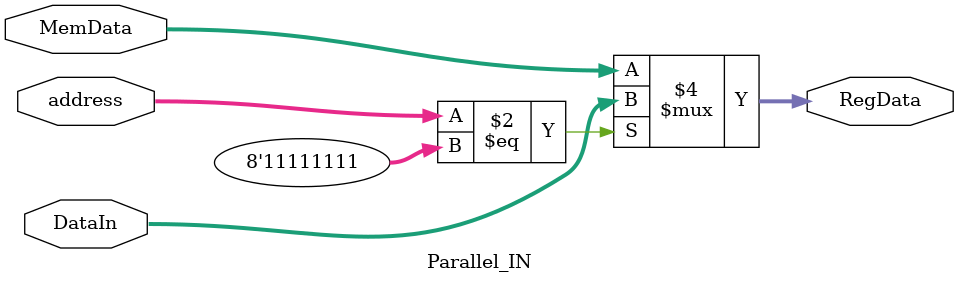
<source format=v>
module Parallel_IN(input [7:0]MemData, address, DataIn, 
						output reg[7:0] RegData);	

	always @*begin
		if(address == 8'hFF) begin
			RegData = DataIn;
		end	
		else	
			RegData = MemData; 
	end
	
endmodule

</source>
